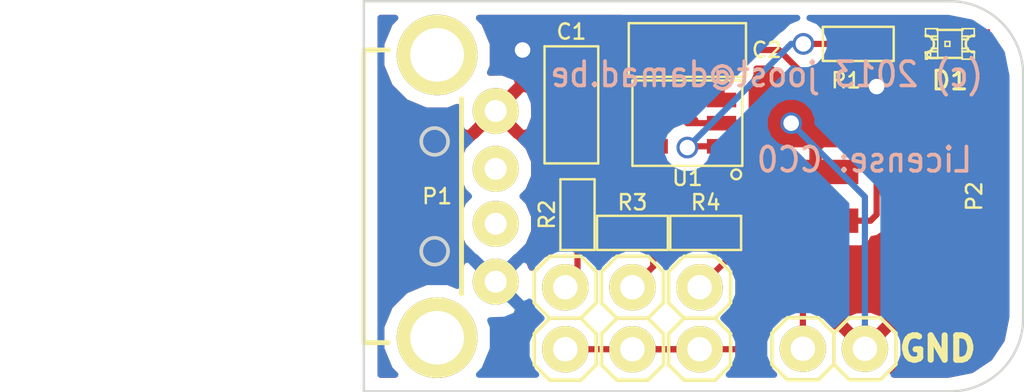
<source format=kicad_pcb>
(kicad_pcb (version 3) (host pcbnew "(2013-08-03 BZR 4267)-stable")

  (general
    (links 22)
    (no_connects 0)
    (area 121.744334 96.5835 164.050001 114.1565)
    (thickness 1.6)
    (drawings 9)
    (tracks 55)
    (zones 0)
    (modules 14)
    (nets 12)
  )

  (page A4)
  (layers
    (15 F.Cu signal)
    (0 B.Cu signal)
    (16 B.Adhes user)
    (17 F.Adhes user)
    (18 B.Paste user)
    (19 F.Paste user)
    (20 B.SilkS user)
    (21 F.SilkS user)
    (22 B.Mask user)
    (23 F.Mask user)
    (24 Dwgs.User user)
    (25 Cmts.User user)
    (26 Eco1.User user)
    (27 Eco2.User user)
    (28 Edge.Cuts user)
  )

  (setup
    (last_trace_width 0.254)
    (trace_clearance 0.254)
    (zone_clearance 0.508)
    (zone_45_only no)
    (trace_min 0.254)
    (segment_width 0.2)
    (edge_width 0.1)
    (via_size 0.889)
    (via_drill 0.635)
    (via_min_size 0.889)
    (via_min_drill 0.508)
    (uvia_size 0.508)
    (uvia_drill 0.127)
    (uvias_allowed no)
    (uvia_min_size 0.508)
    (uvia_min_drill 0.127)
    (pcb_text_width 0.3)
    (pcb_text_size 1.5 1.5)
    (mod_edge_width 0.15)
    (mod_text_size 1 1)
    (mod_text_width 0.15)
    (pad_size 3.3 3.3)
    (pad_drill 2.2)
    (pad_to_mask_clearance 0)
    (aux_axis_origin 137 113)
    (grid_origin 137 113)
    (visible_elements FFFFFF7F)
    (pcbplotparams
      (layerselection 284196865)
      (usegerberextensions true)
      (excludeedgelayer true)
      (linewidth 0.152400)
      (plotframeref false)
      (viasonmask false)
      (mode 1)
      (useauxorigin false)
      (hpglpennumber 1)
      (hpglpenspeed 20)
      (hpglpendiameter 15)
      (hpglpenoverlay 2)
      (psnegative false)
      (psa4output false)
      (plotreference true)
      (plotvalue true)
      (plotothertext true)
      (plotinvisibletext false)
      (padsonsilk false)
      (subtractmaskfromsilk false)
      (outputformat 1)
      (mirror false)
      (drillshape 0)
      (scaleselection 1)
      (outputdirectory ""))
  )

  (net 0 "")
  (net 1 /P1)
  (net 2 /P2)
  (net 3 /P3)
  (net 4 /STAT)
  (net 5 /STATLED)
  (net 6 /VBAT)
  (net 7 GND)
  (net 8 N-0000012)
  (net 9 N-0000014)
  (net 10 N-000003)
  (net 11 VCC)

  (net_class Default "This is the default net class."
    (clearance 0.254)
    (trace_width 0.254)
    (via_dia 0.889)
    (via_drill 0.635)
    (uvia_dia 0.508)
    (uvia_drill 0.127)
    (add_net "")
    (add_net /P1)
    (add_net /P2)
    (add_net /P3)
    (add_net /STAT)
    (add_net /STATLED)
    (add_net /VBAT)
    (add_net GND)
    (add_net N-0000012)
    (add_net N-0000014)
    (add_net N-000003)
    (add_net VCC)
  )

  (module USB-A-H (layer F.Cu) (tedit 5211C4A7) (tstamp 520E2366)
    (at 140 105)
    (descr "USB Series A Hole Mounted works for both the PTH and the SMT variant farnell 1696546")
    (path /520DF4B5)
    (fp_text reference P1 (at 0 0) (layer F.SilkS)
      (effects (font (size 0.625 0.625) (thickness 0.1)))
    )
    (fp_text value USB-A-H (at -12 -7) (layer F.SilkS) hide
      (effects (font (thickness 0.15)))
    )
    (fp_line (start -17.8 -6) (end -17.8 6) (layer Dwgs.User) (width 0.2))
    (fp_line (start -11.2 4.3) (end -11.2 1.9) (layer Dwgs.User) (width 0.2))
    (fp_line (start -11.2 1.9) (end -13.5 1.9) (layer Dwgs.User) (width 0.2))
    (fp_line (start -3 -6) (end -17.8 -6) (layer Dwgs.User) (width 0.2))
    (fp_line (start -3 6) (end -17.8 6) (layer Dwgs.User) (width 0.2))
    (fp_line (start -13.5 -4.3) (end -13.5 -1.9) (layer Dwgs.User) (width 0.2))
    (fp_line (start -13.5 -1.9) (end -11.2 -1.9) (layer Dwgs.User) (width 0.2))
    (fp_line (start -11.2 -1.9) (end -11.2 -4.3) (layer Dwgs.User) (width 0.2))
    (fp_line (start -11.2 -4.3) (end -13.5 -4.3) (layer Dwgs.User) (width 0.2))
    (fp_line (start -13.5 1.9) (end -13.5 4.3) (layer Dwgs.User) (width 0.2))
    (fp_line (start -13.5 4.3) (end -11.2 4.3) (layer Dwgs.User) (width 0.2))
    (fp_line (start -3 -6) (end -3 6) (layer F.SilkS) (width 0.2))
    (fp_line (start -3 -6) (end -2 -6) (layer F.SilkS) (width 0.2))
    (fp_line (start -3 6) (end -2 6) (layer F.SilkS) (width 0.2))
    (fp_line (start 1 4) (end 1 -4) (layer F.SilkS) (width 0.2))
    (fp_circle (center -0.1 -2.25) (end 0.288909 -1.861091) (layer Edge.Cuts) (width 0.15))
    (fp_circle (center -0.1 2.25) (end 0.288909 2.638909) (layer Edge.Cuts) (width 0.15))
    (pad GND thru_hole circle (at 2.4 -3.5) (size 1.88 1.88) (drill 0.9)
      (layers *.Cu *.Mask F.SilkS)
      (net 7 GND)
    )
    (pad D+ thru_hole circle (at 2.4 -1.127) (size 1.88 1.88) (drill 0.9)
      (layers *.Cu *.Mask F.SilkS)
      (net 9 N-0000014)
    )
    (pad D- thru_hole circle (at 2.4 1.127) (size 1.88 1.88) (drill 0.9)
      (layers *.Cu *.Mask F.SilkS)
      (net 8 N-0000012)
    )
    (pad VBUS thru_hole circle (at 2.4 3.5) (size 1.88 1.88) (drill 0.9)
      (layers *.Cu *.Mask F.SilkS)
      (net 11 VCC)
    )
    (pad GND2 thru_hole circle (at 0 5.8) (size 3.3 3.3) (drill 2.2)
      (layers *.Cu *.Mask F.SilkS)
    )
    (pad GND3 thru_hole circle (at 0 -5.8) (size 3.3 3.3) (drill 2.2)
      (layers *.Cu *.Mask F.SilkS)
    )
  )

  (module SOT-23-5 (layer F.Cu) (tedit 5211B720) (tstamp 520E255D)
    (at 150.25 102 180)
    (descr "generic SOT-23-5 footprint based on Microchip SOT-23-5")
    (path /520E2112)
    (fp_text reference U1 (at 0 -2.25 180) (layer F.SilkS)
      (effects (font (size 0.625 0.625) (thickness 0.1)))
    )
    (fp_text value MCP73832 (at 0 2.8 180) (layer F.SilkS) hide
      (effects (font (size 0.625 0.625) (thickness 0.1)))
    )
    (fp_poly (pts (xy -1.6 -1.205) (xy -1.6 -0.695) (xy -1 -0.695) (xy -1 -1.205)
      (xy -1.6 -1.205)) (layer Dwgs.User) (width 0.15))
    (fp_poly (pts (xy -1.6 -0.255) (xy -1.6 0.255) (xy -1 0.255) (xy -1 -0.255)
      (xy -1.6 -0.255)) (layer Dwgs.User) (width 0.15))
    (fp_poly (pts (xy -1.6 0.695) (xy -1.6 1.205) (xy -1 1.205) (xy -1 0.695)
      (xy -1.6 0.695)) (layer Dwgs.User) (width 0.15))
    (fp_poly (pts (xy 1 0.695) (xy 1 1.205) (xy 1.6 1.205) (xy 1.6 0.695)
      (xy 1 0.695)) (layer Dwgs.User) (width 0.15))
    (fp_poly (pts (xy 1 -1.205) (xy 1 -0.695) (xy 1.6 -0.695) (xy 1.6 -1.205)
      (xy 1 -1.205)) (layer Dwgs.User) (width 0.15))
    (fp_line (start -0.9 1.55) (end 0.9 1.55) (layer Dwgs.User) (width 0.1))
    (fp_line (start 0.9 1.55) (end 0.9 -1.55) (layer Dwgs.User) (width 0.1))
    (fp_line (start 0.9 -1.55) (end -0.9 -1.55) (layer Dwgs.User) (width 0.1))
    (fp_line (start -0.9 -1.55) (end -0.9 1.55) (layer Dwgs.User) (width 0.1))
    (fp_line (start -2.25 1.75) (end 2.25 1.75) (layer F.SilkS) (width 0.1))
    (fp_line (start 2.25 1.75) (end 2.25 -1.75) (layer F.SilkS) (width 0.1))
    (fp_line (start 2.25 -1.75) (end -2.25 -1.75) (layer F.SilkS) (width 0.1))
    (fp_line (start -2.25 -1.75) (end -2.25 1.75) (layer F.SilkS) (width 0.1))
    (fp_circle (center -2 -2.1) (end -1.858579 -1.958579) (layer F.SilkS) (width 0.1))
    (pad 1 smd rect (at -1.4 -0.95 180) (size 1.2 0.6)
      (layers F.Cu F.Paste F.Mask)
      (net 4 /STAT)
    )
    (pad 2 smd rect (at -1.4 0 180) (size 1.2 0.6)
      (layers F.Cu F.Paste F.Mask)
      (net 7 GND)
    )
    (pad 3 smd rect (at -1.4 0.95 180) (size 1.2 0.6)
      (layers F.Cu F.Paste F.Mask)
      (net 6 /VBAT)
    )
    (pad 4 smd rect (at 1.4 0.95 180) (size 1.2 0.6)
      (layers F.Cu F.Paste F.Mask)
      (net 11 VCC)
    )
    (pad 5 smd rect (at 1.4 -0.95 180) (size 1.2 0.6)
      (layers F.Cu F.Paste F.Mask)
      (net 10 N-000003)
    )
  )

  (module 1206 (layer F.Cu) (tedit 5211BFFC) (tstamp 520E2A60)
    (at 145.5 101.25 270)
    (descr "Generic 1206 footprint used for resistor and capacitor")
    (path /520E296E)
    (fp_text reference C1 (at -3 0 360) (layer F.SilkS)
      (effects (font (size 0.625 0.625) (thickness 0.1)))
    )
    (fp_text value 4.7uF (at 0 1.8 270) (layer F.SilkS) hide
      (effects (font (size 0.625 0.625) (thickness 0.1)))
    )
    (fp_line (start -1 -0.8) (end 1 -0.8) (layer Dwgs.User) (width 0.1))
    (fp_line (start -1 0.8) (end 1 0.8) (layer Dwgs.User) (width 0.1))
    (fp_poly (pts (xy -1.7 -0.85) (xy -1.7 0.85) (xy -0.95 0.85) (xy -0.95 -0.85)
      (xy -1.7 -0.85)) (layer Dwgs.User) (width 0.15))
    (fp_poly (pts (xy 0.95 -0.85) (xy 0.95 0.85) (xy 1.7 0.85) (xy 1.7 -0.85)
      (xy 0.95 -0.85)) (layer Dwgs.User) (width 0.15))
    (fp_line (start -2.4 1.1) (end 2.4 1.1) (layer F.SilkS) (width 0.1))
    (fp_line (start 2.4 1.1) (end 2.4 -1.1) (layer F.SilkS) (width 0.1))
    (fp_line (start 2.4 -1.1) (end -2.4 -1.1) (layer F.SilkS) (width 0.1))
    (fp_line (start -2.4 -1.1) (end -2.4 1.1) (layer F.SilkS) (width 0.1))
    (pad 1 smd rect (at -1.4 0 270) (size 1.6 1.8)
      (layers F.Cu F.Paste F.Mask)
      (net 11 VCC)
    )
    (pad 2 smd rect (at 1.4 0 270) (size 1.6 1.8)
      (layers F.Cu F.Paste F.Mask)
      (net 7 GND)
    )
  )

  (module 0603_S (layer F.Cu) (tedit 5211B7F2) (tstamp 520E2A8A)
    (at 157.25 98.75)
    (descr "Generic 0603 footprint made slightly smaller for more densely populated boards used for resistor and capacitor")
    (path /520E26E5)
    (fp_text reference R1 (at -0.5 1.5) (layer F.SilkS)
      (effects (font (size 0.625 0.625) (thickness 0.1)))
    )
    (fp_text value 1k (at 0 1.4) (layer F.SilkS) hide
      (effects (font (size 0.625 0.625) (thickness 0.1)))
    )
    (fp_line (start -0.35 -0.45) (end 0.35 -0.45) (layer Dwgs.User) (width 0.1))
    (fp_line (start -0.35 0.45) (end 0.35 0.45) (layer Dwgs.User) (width 0.1))
    (fp_poly (pts (xy -0.85 -0.5) (xy -0.85 0.5) (xy -0.35 0.5) (xy -0.35 -0.5)
      (xy -0.85 -0.5)) (layer Dwgs.User) (width 0.15))
    (fp_poly (pts (xy 0.35 -0.5) (xy 0.35 0.5) (xy 0.85 0.5) (xy 0.85 -0.5)
      (xy 0.35 -0.5)) (layer Dwgs.User) (width 0.15))
    (fp_line (start -1.45 0.7) (end 1.45 0.7) (layer F.SilkS) (width 0.1))
    (fp_line (start 1.45 0.7) (end 1.45 -0.7) (layer F.SilkS) (width 0.1))
    (fp_line (start 1.45 -0.7) (end -1.45 -0.7) (layer F.SilkS) (width 0.1))
    (fp_line (start -1.45 -0.7) (end -1.45 0.7) (layer F.SilkS) (width 0.1))
    (pad 1 smd rect (at -0.85 0) (size 0.7 1)
      (layers F.Cu F.Paste F.Mask)
      (net 4 /STAT)
    )
    (pad 2 smd rect (at 0.85 0) (size 0.7 1)
      (layers F.Cu F.Paste F.Mask)
      (net 5 /STATLED)
    )
  )

  (module 0603_S (layer F.Cu) (tedit 5211B73A) (tstamp 520E2A98)
    (at 145.75 105.75 90)
    (descr "Generic 0603 footprint made slightly smaller for more densely populated boards used for resistor and capacitor")
    (path /520E2857)
    (fp_text reference R2 (at 0 -1.25 90) (layer F.SilkS)
      (effects (font (size 0.625 0.625) (thickness 0.1)))
    )
    (fp_text value R (at 0 1.4 90) (layer F.SilkS) hide
      (effects (font (size 0.625 0.625) (thickness 0.1)))
    )
    (fp_line (start -0.35 -0.45) (end 0.35 -0.45) (layer Dwgs.User) (width 0.1))
    (fp_line (start -0.35 0.45) (end 0.35 0.45) (layer Dwgs.User) (width 0.1))
    (fp_poly (pts (xy -0.85 -0.5) (xy -0.85 0.5) (xy -0.35 0.5) (xy -0.35 -0.5)
      (xy -0.85 -0.5)) (layer Dwgs.User) (width 0.15))
    (fp_poly (pts (xy 0.35 -0.5) (xy 0.35 0.5) (xy 0.85 0.5) (xy 0.85 -0.5)
      (xy 0.35 -0.5)) (layer Dwgs.User) (width 0.15))
    (fp_line (start -1.45 0.7) (end 1.45 0.7) (layer F.SilkS) (width 0.1))
    (fp_line (start 1.45 0.7) (end 1.45 -0.7) (layer F.SilkS) (width 0.1))
    (fp_line (start 1.45 -0.7) (end -1.45 -0.7) (layer F.SilkS) (width 0.1))
    (fp_line (start -1.45 -0.7) (end -1.45 0.7) (layer F.SilkS) (width 0.1))
    (pad 1 smd rect (at -0.85 0 90) (size 0.7 1)
      (layers F.Cu F.Paste F.Mask)
      (net 1 /P1)
    )
    (pad 2 smd rect (at 0.85 0 90) (size 0.7 1)
      (layers F.Cu F.Paste F.Mask)
      (net 7 GND)
    )
  )

  (module 1206 (layer F.Cu) (tedit 5211B732) (tstamp 52109D09)
    (at 150.25 99 180)
    (descr "Generic 1206 footprint used for resistor and capacitor")
    (path /520E6E1A)
    (fp_text reference C2 (at -3.25 0 180) (layer F.SilkS)
      (effects (font (size 0.625 0.625) (thickness 0.1)))
    )
    (fp_text value 4.7uF (at 0 1.8 180) (layer F.SilkS) hide
      (effects (font (size 0.625 0.625) (thickness 0.1)))
    )
    (fp_line (start -1 -0.8) (end 1 -0.8) (layer Dwgs.User) (width 0.1))
    (fp_line (start -1 0.8) (end 1 0.8) (layer Dwgs.User) (width 0.1))
    (fp_poly (pts (xy -1.7 -0.85) (xy -1.7 0.85) (xy -0.95 0.85) (xy -0.95 -0.85)
      (xy -1.7 -0.85)) (layer Dwgs.User) (width 0.15))
    (fp_poly (pts (xy 0.95 -0.85) (xy 0.95 0.85) (xy 1.7 0.85) (xy 1.7 -0.85)
      (xy 0.95 -0.85)) (layer Dwgs.User) (width 0.15))
    (fp_line (start -2.4 1.1) (end 2.4 1.1) (layer F.SilkS) (width 0.1))
    (fp_line (start 2.4 1.1) (end 2.4 -1.1) (layer F.SilkS) (width 0.1))
    (fp_line (start 2.4 -1.1) (end -2.4 -1.1) (layer F.SilkS) (width 0.1))
    (fp_line (start -2.4 -1.1) (end -2.4 1.1) (layer F.SilkS) (width 0.1))
    (pad 1 smd rect (at -1.4 0 180) (size 1.6 1.8)
      (layers F.Cu F.Paste F.Mask)
      (net 6 /VBAT)
    )
    (pad 2 smd rect (at 1.4 0 180) (size 1.6 1.8)
      (layers F.Cu F.Paste F.Mask)
      (net 7 GND)
    )
  )

  (module "PIN 1X2_JST_PH_SMT" (layer F.Cu) (tedit 5210C96A) (tstamp 5210C6FC)
    (at 158.5 105 270)
    (descr "2 pin SMD JST PH connector")
    (path /5210AD81)
    (fp_text reference P2 (at 0 -3.5 270) (layer F.SilkS)
      (effects (font (size 0.625 0.625) (thickness 0.1)))
    )
    (fp_text value JST-PH-2 (at 0 5.7 270) (layer F.SilkS) hide
      (effects (font (size 0.625 0.625) (thickness 0.1)))
    )
    (fp_line (start -3.95 -4.3) (end 3.95 -4.3) (layer Dwgs.User) (width 0.1))
    (fp_line (start -3.95 3.3) (end 3.95 3.3) (layer Dwgs.User) (width 0.1))
    (fp_line (start -3.95 -4.3) (end -3.95 3.3) (layer Dwgs.User) (width 0.1))
    (fp_line (start 3.95 -4.3) (end 3.95 3.3) (layer Dwgs.User) (width 0.1))
    (pad 1 smd rect (at 1 3 270) (size 1 3.5)
      (layers F.Cu F.Paste F.Mask)
      (net 6 /VBAT)
    )
    (pad 2 smd rect (at -1 3 270) (size 1 3.5)
      (layers F.Cu F.Paste F.Mask)
      (net 7 GND)
    )
    (pad 3 smd rect (at 3.6 -2.8 270) (size 1.6 4)
      (layers F.Cu F.Paste F.Mask)
    )
    (pad 4 smd rect (at -3.6 -2.8 270) (size 1.6 4)
      (layers F.Cu F.Paste F.Mask)
    )
  )

  (module LED-0805 (layer F.Cu) (tedit 5211B7E8) (tstamp 520E2A7C)
    (at 161 98.75 180)
    (descr "LED 0805 smd package")
    (tags "LED 0805 SMD")
    (path /520E274A)
    (attr smd)
    (fp_text reference D1 (at 0 -1.5 180) (layer F.SilkS)
      (effects (font (size 0.762 0.762) (thickness 0.127)))
    )
    (fp_text value Red (at -1 -1.5 180) (layer F.SilkS) hide
      (effects (font (size 1 1) (thickness 0.15)))
    )
    (fp_line (start 0.49784 0.29972) (end 0.49784 0.62484) (layer F.SilkS) (width 0.06604))
    (fp_line (start 0.49784 0.62484) (end 0.99822 0.62484) (layer F.SilkS) (width 0.06604))
    (fp_line (start 0.99822 0.29972) (end 0.99822 0.62484) (layer F.SilkS) (width 0.06604))
    (fp_line (start 0.49784 0.29972) (end 0.99822 0.29972) (layer F.SilkS) (width 0.06604))
    (fp_line (start 0.49784 -0.32258) (end 0.49784 -0.17272) (layer F.SilkS) (width 0.06604))
    (fp_line (start 0.49784 -0.17272) (end 0.7493 -0.17272) (layer F.SilkS) (width 0.06604))
    (fp_line (start 0.7493 -0.32258) (end 0.7493 -0.17272) (layer F.SilkS) (width 0.06604))
    (fp_line (start 0.49784 -0.32258) (end 0.7493 -0.32258) (layer F.SilkS) (width 0.06604))
    (fp_line (start 0.49784 0.17272) (end 0.49784 0.32258) (layer F.SilkS) (width 0.06604))
    (fp_line (start 0.49784 0.32258) (end 0.7493 0.32258) (layer F.SilkS) (width 0.06604))
    (fp_line (start 0.7493 0.17272) (end 0.7493 0.32258) (layer F.SilkS) (width 0.06604))
    (fp_line (start 0.49784 0.17272) (end 0.7493 0.17272) (layer F.SilkS) (width 0.06604))
    (fp_line (start 0.49784 -0.19812) (end 0.49784 0.19812) (layer F.SilkS) (width 0.06604))
    (fp_line (start 0.49784 0.19812) (end 0.6731 0.19812) (layer F.SilkS) (width 0.06604))
    (fp_line (start 0.6731 -0.19812) (end 0.6731 0.19812) (layer F.SilkS) (width 0.06604))
    (fp_line (start 0.49784 -0.19812) (end 0.6731 -0.19812) (layer F.SilkS) (width 0.06604))
    (fp_line (start -0.99822 0.29972) (end -0.99822 0.62484) (layer F.SilkS) (width 0.06604))
    (fp_line (start -0.99822 0.62484) (end -0.49784 0.62484) (layer F.SilkS) (width 0.06604))
    (fp_line (start -0.49784 0.29972) (end -0.49784 0.62484) (layer F.SilkS) (width 0.06604))
    (fp_line (start -0.99822 0.29972) (end -0.49784 0.29972) (layer F.SilkS) (width 0.06604))
    (fp_line (start -0.99822 -0.62484) (end -0.99822 -0.29972) (layer F.SilkS) (width 0.06604))
    (fp_line (start -0.99822 -0.29972) (end -0.49784 -0.29972) (layer F.SilkS) (width 0.06604))
    (fp_line (start -0.49784 -0.62484) (end -0.49784 -0.29972) (layer F.SilkS) (width 0.06604))
    (fp_line (start -0.99822 -0.62484) (end -0.49784 -0.62484) (layer F.SilkS) (width 0.06604))
    (fp_line (start -0.7493 0.17272) (end -0.7493 0.32258) (layer F.SilkS) (width 0.06604))
    (fp_line (start -0.7493 0.32258) (end -0.49784 0.32258) (layer F.SilkS) (width 0.06604))
    (fp_line (start -0.49784 0.17272) (end -0.49784 0.32258) (layer F.SilkS) (width 0.06604))
    (fp_line (start -0.7493 0.17272) (end -0.49784 0.17272) (layer F.SilkS) (width 0.06604))
    (fp_line (start -0.7493 -0.32258) (end -0.7493 -0.17272) (layer F.SilkS) (width 0.06604))
    (fp_line (start -0.7493 -0.17272) (end -0.49784 -0.17272) (layer F.SilkS) (width 0.06604))
    (fp_line (start -0.49784 -0.32258) (end -0.49784 -0.17272) (layer F.SilkS) (width 0.06604))
    (fp_line (start -0.7493 -0.32258) (end -0.49784 -0.32258) (layer F.SilkS) (width 0.06604))
    (fp_line (start -0.6731 -0.19812) (end -0.6731 0.19812) (layer F.SilkS) (width 0.06604))
    (fp_line (start -0.6731 0.19812) (end -0.49784 0.19812) (layer F.SilkS) (width 0.06604))
    (fp_line (start -0.49784 -0.19812) (end -0.49784 0.19812) (layer F.SilkS) (width 0.06604))
    (fp_line (start -0.6731 -0.19812) (end -0.49784 -0.19812) (layer F.SilkS) (width 0.06604))
    (fp_line (start 0 -0.09906) (end 0 0.09906) (layer F.SilkS) (width 0.06604))
    (fp_line (start 0 0.09906) (end 0.19812 0.09906) (layer F.SilkS) (width 0.06604))
    (fp_line (start 0.19812 -0.09906) (end 0.19812 0.09906) (layer F.SilkS) (width 0.06604))
    (fp_line (start 0 -0.09906) (end 0.19812 -0.09906) (layer F.SilkS) (width 0.06604))
    (fp_line (start 0.49784 -0.59944) (end 0.49784 -0.29972) (layer F.SilkS) (width 0.06604))
    (fp_line (start 0.49784 -0.29972) (end 0.79756 -0.29972) (layer F.SilkS) (width 0.06604))
    (fp_line (start 0.79756 -0.59944) (end 0.79756 -0.29972) (layer F.SilkS) (width 0.06604))
    (fp_line (start 0.49784 -0.59944) (end 0.79756 -0.59944) (layer F.SilkS) (width 0.06604))
    (fp_line (start 0.92456 -0.62484) (end 0.92456 -0.39878) (layer F.SilkS) (width 0.06604))
    (fp_line (start 0.92456 -0.39878) (end 0.99822 -0.39878) (layer F.SilkS) (width 0.06604))
    (fp_line (start 0.99822 -0.62484) (end 0.99822 -0.39878) (layer F.SilkS) (width 0.06604))
    (fp_line (start 0.92456 -0.62484) (end 0.99822 -0.62484) (layer F.SilkS) (width 0.06604))
    (fp_line (start 0.52324 0.57404) (end -0.52324 0.57404) (layer F.SilkS) (width 0.1016))
    (fp_line (start -0.49784 -0.57404) (end 0.92456 -0.57404) (layer F.SilkS) (width 0.1016))
    (fp_circle (center 0.84836 -0.44958) (end 0.89916 -0.50038) (layer F.SilkS) (width 0.0508))
    (fp_arc (start 0.99822 0) (end 0.99822 0.34798) (angle 180) (layer F.SilkS) (width 0.1016))
    (fp_arc (start -0.99822 0) (end -0.99822 -0.34798) (angle 180) (layer F.SilkS) (width 0.1016))
    (pad 1 smd rect (at -1.04902 0 180) (size 1.19888 1.19888)
      (layers F.Cu F.Paste F.Mask)
      (net 11 VCC)
    )
    (pad 2 smd rect (at 1.04902 0 180) (size 1.19888 1.19888)
      (layers F.Cu F.Paste F.Mask)
      (net 5 /STATLED)
    )
  )

  (module "PIN 1X2_S" (layer F.Cu) (tedit 5211BF52) (tstamp 5210E408)
    (at 156.25 111.25 90)
    (descr "1 pin pinheader, slightly smaller")
    (path /5210E2F1)
    (fp_text reference P3 (at -2.25 0 180) (layer F.SilkS) hide
      (effects (font (size 0.625 0.625) (thickness 0.1)))
    )
    (fp_text value CONN_2 (at 0 3.54 90) (layer F.SilkS) hide
      (effects (font (size 0.625 0.625) (thickness 0.1)))
    )
    (fp_line (start 1.27 -0.635) (end 1.27 -1.905) (layer F.SilkS) (width 0.15))
    (fp_line (start 0.635 -2.54) (end -0.635 -2.54) (layer F.SilkS) (width 0.15))
    (fp_line (start -1.27 -1.905) (end -1.27 -0.635) (layer F.SilkS) (width 0.15))
    (fp_line (start -0.635 0) (end 0.635 0) (layer F.SilkS) (width 0.15))
    (fp_line (start 1.27 -1.905) (end 0.635 -2.54) (layer F.SilkS) (width 0.15))
    (fp_line (start -0.635 -2.54) (end -1.27 -1.905) (layer F.SilkS) (width 0.15))
    (fp_line (start -1.27 -0.635) (end -0.635 0) (layer F.SilkS) (width 0.15))
    (fp_line (start 0.635 0) (end 1.27 -0.635) (layer F.SilkS) (width 0.15))
    (fp_line (start 1.27 1.905) (end 1.27 0.635) (layer F.SilkS) (width 0.15))
    (fp_line (start 0.635 0) (end -0.635 0) (layer F.SilkS) (width 0.15))
    (fp_line (start -1.27 0.635) (end -1.27 1.905) (layer F.SilkS) (width 0.15))
    (fp_line (start -0.635 2.54) (end 0.635 2.54) (layer F.SilkS) (width 0.15))
    (fp_line (start 1.27 0.635) (end 0.635 0) (layer F.SilkS) (width 0.15))
    (fp_line (start -0.635 0) (end -1.27 0.635) (layer F.SilkS) (width 0.15))
    (fp_line (start -1.27 1.905) (end -0.635 2.54) (layer F.SilkS) (width 0.15))
    (fp_line (start 0.635 2.54) (end 1.27 1.905) (layer F.SilkS) (width 0.15))
    (pad 1 thru_hole circle (at 0 -1.27 90) (size 1.9 1.9) (drill 1)
      (layers *.Cu *.Mask F.SilkS)
      (net 6 /VBAT)
    )
    (pad 2 thru_hole circle (at 0 1.27 90) (size 1.9 1.9) (drill 1)
      (layers *.Cu *.Mask F.SilkS)
      (net 7 GND)
    )
  )

  (module "PIN 1X2_S" (layer F.Cu) (tedit 5211BF41) (tstamp 521106F0)
    (at 145.25 110 180)
    (descr "1 pin pinheader, slightly smaller")
    (path /521104FE)
    (fp_text reference P4 (at 0 -3.54 180) (layer F.SilkS) hide
      (effects (font (size 0.625 0.625) (thickness 0.1)))
    )
    (fp_text value CONN_2 (at 0 3.54 180) (layer F.SilkS) hide
      (effects (font (size 0.625 0.625) (thickness 0.1)))
    )
    (fp_line (start 1.27 -0.635) (end 1.27 -1.905) (layer F.SilkS) (width 0.15))
    (fp_line (start 0.635 -2.54) (end -0.635 -2.54) (layer F.SilkS) (width 0.15))
    (fp_line (start -1.27 -1.905) (end -1.27 -0.635) (layer F.SilkS) (width 0.15))
    (fp_line (start -0.635 0) (end 0.635 0) (layer F.SilkS) (width 0.15))
    (fp_line (start 1.27 -1.905) (end 0.635 -2.54) (layer F.SilkS) (width 0.15))
    (fp_line (start -0.635 -2.54) (end -1.27 -1.905) (layer F.SilkS) (width 0.15))
    (fp_line (start -1.27 -0.635) (end -0.635 0) (layer F.SilkS) (width 0.15))
    (fp_line (start 0.635 0) (end 1.27 -0.635) (layer F.SilkS) (width 0.15))
    (fp_line (start 1.27 1.905) (end 1.27 0.635) (layer F.SilkS) (width 0.15))
    (fp_line (start 0.635 0) (end -0.635 0) (layer F.SilkS) (width 0.15))
    (fp_line (start -1.27 0.635) (end -1.27 1.905) (layer F.SilkS) (width 0.15))
    (fp_line (start -0.635 2.54) (end 0.635 2.54) (layer F.SilkS) (width 0.15))
    (fp_line (start 1.27 0.635) (end 0.635 0) (layer F.SilkS) (width 0.15))
    (fp_line (start -0.635 0) (end -1.27 0.635) (layer F.SilkS) (width 0.15))
    (fp_line (start -1.27 1.905) (end -0.635 2.54) (layer F.SilkS) (width 0.15))
    (fp_line (start 0.635 2.54) (end 1.27 1.905) (layer F.SilkS) (width 0.15))
    (pad 1 thru_hole circle (at 0 -1.27 180) (size 1.9 1.9) (drill 1)
      (layers *.Cu *.Mask F.SilkS)
      (net 10 N-000003)
    )
    (pad 2 thru_hole circle (at 0 1.27 180) (size 1.9 1.9) (drill 1)
      (layers *.Cu *.Mask F.SilkS)
      (net 1 /P1)
    )
  )

  (module "PIN 1X2_S" (layer F.Cu) (tedit 5211BF47) (tstamp 52110706)
    (at 148 110 180)
    (descr "1 pin pinheader, slightly smaller")
    (path /5211050D)
    (fp_text reference P5 (at 0 -3.54 180) (layer F.SilkS) hide
      (effects (font (size 0.625 0.625) (thickness 0.1)))
    )
    (fp_text value CONN_2 (at 0 3.54 180) (layer F.SilkS) hide
      (effects (font (size 0.625 0.625) (thickness 0.1)))
    )
    (fp_line (start 1.27 -0.635) (end 1.27 -1.905) (layer F.SilkS) (width 0.15))
    (fp_line (start 0.635 -2.54) (end -0.635 -2.54) (layer F.SilkS) (width 0.15))
    (fp_line (start -1.27 -1.905) (end -1.27 -0.635) (layer F.SilkS) (width 0.15))
    (fp_line (start -0.635 0) (end 0.635 0) (layer F.SilkS) (width 0.15))
    (fp_line (start 1.27 -1.905) (end 0.635 -2.54) (layer F.SilkS) (width 0.15))
    (fp_line (start -0.635 -2.54) (end -1.27 -1.905) (layer F.SilkS) (width 0.15))
    (fp_line (start -1.27 -0.635) (end -0.635 0) (layer F.SilkS) (width 0.15))
    (fp_line (start 0.635 0) (end 1.27 -0.635) (layer F.SilkS) (width 0.15))
    (fp_line (start 1.27 1.905) (end 1.27 0.635) (layer F.SilkS) (width 0.15))
    (fp_line (start 0.635 0) (end -0.635 0) (layer F.SilkS) (width 0.15))
    (fp_line (start -1.27 0.635) (end -1.27 1.905) (layer F.SilkS) (width 0.15))
    (fp_line (start -0.635 2.54) (end 0.635 2.54) (layer F.SilkS) (width 0.15))
    (fp_line (start 1.27 0.635) (end 0.635 0) (layer F.SilkS) (width 0.15))
    (fp_line (start -0.635 0) (end -1.27 0.635) (layer F.SilkS) (width 0.15))
    (fp_line (start -1.27 1.905) (end -0.635 2.54) (layer F.SilkS) (width 0.15))
    (fp_line (start 0.635 2.54) (end 1.27 1.905) (layer F.SilkS) (width 0.15))
    (pad 1 thru_hole circle (at 0 -1.27 180) (size 1.9 1.9) (drill 1)
      (layers *.Cu *.Mask F.SilkS)
      (net 10 N-000003)
    )
    (pad 2 thru_hole circle (at 0 1.27 180) (size 1.9 1.9) (drill 1)
      (layers *.Cu *.Mask F.SilkS)
      (net 2 /P2)
    )
  )

  (module "PIN 1X2_S" (layer F.Cu) (tedit 5211BF4D) (tstamp 5211071C)
    (at 150.75 110 180)
    (descr "1 pin pinheader, slightly smaller")
    (path /5211051C)
    (fp_text reference P6 (at 0 -3.54 180) (layer F.SilkS) hide
      (effects (font (size 0.625 0.625) (thickness 0.1)))
    )
    (fp_text value CONN_2 (at 0 3.54 180) (layer F.SilkS) hide
      (effects (font (size 0.625 0.625) (thickness 0.1)))
    )
    (fp_line (start 1.27 -0.635) (end 1.27 -1.905) (layer F.SilkS) (width 0.15))
    (fp_line (start 0.635 -2.54) (end -0.635 -2.54) (layer F.SilkS) (width 0.15))
    (fp_line (start -1.27 -1.905) (end -1.27 -0.635) (layer F.SilkS) (width 0.15))
    (fp_line (start -0.635 0) (end 0.635 0) (layer F.SilkS) (width 0.15))
    (fp_line (start 1.27 -1.905) (end 0.635 -2.54) (layer F.SilkS) (width 0.15))
    (fp_line (start -0.635 -2.54) (end -1.27 -1.905) (layer F.SilkS) (width 0.15))
    (fp_line (start -1.27 -0.635) (end -0.635 0) (layer F.SilkS) (width 0.15))
    (fp_line (start 0.635 0) (end 1.27 -0.635) (layer F.SilkS) (width 0.15))
    (fp_line (start 1.27 1.905) (end 1.27 0.635) (layer F.SilkS) (width 0.15))
    (fp_line (start 0.635 0) (end -0.635 0) (layer F.SilkS) (width 0.15))
    (fp_line (start -1.27 0.635) (end -1.27 1.905) (layer F.SilkS) (width 0.15))
    (fp_line (start -0.635 2.54) (end 0.635 2.54) (layer F.SilkS) (width 0.15))
    (fp_line (start 1.27 0.635) (end 0.635 0) (layer F.SilkS) (width 0.15))
    (fp_line (start -0.635 0) (end -1.27 0.635) (layer F.SilkS) (width 0.15))
    (fp_line (start -1.27 1.905) (end -0.635 2.54) (layer F.SilkS) (width 0.15))
    (fp_line (start 0.635 2.54) (end 1.27 1.905) (layer F.SilkS) (width 0.15))
    (pad 1 thru_hole circle (at 0 -1.27 180) (size 1.9 1.9) (drill 1)
      (layers *.Cu *.Mask F.SilkS)
      (net 10 N-000003)
    )
    (pad 2 thru_hole circle (at 0 1.27 180) (size 1.9 1.9) (drill 1)
      (layers *.Cu *.Mask F.SilkS)
      (net 3 /P3)
    )
  )

  (module 0603_S (layer F.Cu) (tedit 5211B71B) (tstamp 5211072A)
    (at 148 106.5 180)
    (descr "Generic 0603 footprint made slightly smaller for more densely populated boards used for resistor and capacitor")
    (path /521104E0)
    (fp_text reference R3 (at 0 1.25 180) (layer F.SilkS)
      (effects (font (size 0.625 0.625) (thickness 0.1)))
    )
    (fp_text value R (at 0 1.4 180) (layer F.SilkS) hide
      (effects (font (size 0.625 0.625) (thickness 0.1)))
    )
    (fp_line (start -0.35 -0.45) (end 0.35 -0.45) (layer Dwgs.User) (width 0.1))
    (fp_line (start -0.35 0.45) (end 0.35 0.45) (layer Dwgs.User) (width 0.1))
    (fp_poly (pts (xy -0.85 -0.5) (xy -0.85 0.5) (xy -0.35 0.5) (xy -0.35 -0.5)
      (xy -0.85 -0.5)) (layer Dwgs.User) (width 0.15))
    (fp_poly (pts (xy 0.35 -0.5) (xy 0.35 0.5) (xy 0.85 0.5) (xy 0.85 -0.5)
      (xy 0.35 -0.5)) (layer Dwgs.User) (width 0.15))
    (fp_line (start -1.45 0.7) (end 1.45 0.7) (layer F.SilkS) (width 0.1))
    (fp_line (start 1.45 0.7) (end 1.45 -0.7) (layer F.SilkS) (width 0.1))
    (fp_line (start 1.45 -0.7) (end -1.45 -0.7) (layer F.SilkS) (width 0.1))
    (fp_line (start -1.45 -0.7) (end -1.45 0.7) (layer F.SilkS) (width 0.1))
    (pad 1 smd rect (at -0.85 0 180) (size 0.7 1)
      (layers F.Cu F.Paste F.Mask)
      (net 2 /P2)
    )
    (pad 2 smd rect (at 0.85 0 180) (size 0.7 1)
      (layers F.Cu F.Paste F.Mask)
      (net 7 GND)
    )
  )

  (module 0603_S (layer F.Cu) (tedit 5211B726) (tstamp 52110738)
    (at 151 106.5 180)
    (descr "Generic 0603 footprint made slightly smaller for more densely populated boards used for resistor and capacitor")
    (path /521104EF)
    (fp_text reference R4 (at 0 1.25 180) (layer F.SilkS)
      (effects (font (size 0.625 0.625) (thickness 0.1)))
    )
    (fp_text value R (at 0 1.4 180) (layer F.SilkS) hide
      (effects (font (size 0.625 0.625) (thickness 0.1)))
    )
    (fp_line (start -0.35 -0.45) (end 0.35 -0.45) (layer Dwgs.User) (width 0.1))
    (fp_line (start -0.35 0.45) (end 0.35 0.45) (layer Dwgs.User) (width 0.1))
    (fp_poly (pts (xy -0.85 -0.5) (xy -0.85 0.5) (xy -0.35 0.5) (xy -0.35 -0.5)
      (xy -0.85 -0.5)) (layer Dwgs.User) (width 0.15))
    (fp_poly (pts (xy 0.35 -0.5) (xy 0.35 0.5) (xy 0.85 0.5) (xy 0.85 -0.5)
      (xy 0.35 -0.5)) (layer Dwgs.User) (width 0.15))
    (fp_line (start -1.45 0.7) (end 1.45 0.7) (layer F.SilkS) (width 0.1))
    (fp_line (start 1.45 0.7) (end 1.45 -0.7) (layer F.SilkS) (width 0.1))
    (fp_line (start 1.45 -0.7) (end -1.45 -0.7) (layer F.SilkS) (width 0.1))
    (fp_line (start -1.45 -0.7) (end -1.45 0.7) (layer F.SilkS) (width 0.1))
    (pad 1 smd rect (at -0.85 0 180) (size 0.7 1)
      (layers F.Cu F.Paste F.Mask)
      (net 3 /P3)
    )
    (pad 2 smd rect (at 0.85 0 180) (size 0.7 1)
      (layers F.Cu F.Paste F.Mask)
      (net 7 GND)
    )
  )

  (gr_line (start 164 110) (end 164 100) (angle 90) (layer Edge.Cuts) (width 0.1))
  (gr_line (start 161 113) (end 137 113) (angle 90) (layer Edge.Cuts) (width 0.1))
  (gr_line (start 137 97) (end 161 97) (angle 90) (layer Edge.Cuts) (width 0.1))
  (gr_arc (start 161 110) (end 164 110) (angle 90) (layer Edge.Cuts) (width 0.1))
  (gr_arc (start 161 100) (end 161 97) (angle 90) (layer Edge.Cuts) (width 0.1))
  (gr_text "License: CC0" (at 157.5 103.5) (layer B.SilkS)
    (effects (font (size 1 0.9) (thickness 0.15)) (justify mirror))
  )
  (gr_text "(c) 2013 joost@damad.be" (at 153.5 100) (layer B.SilkS)
    (effects (font (size 1 0.9) (thickness 0.15)) (justify mirror))
  )
  (gr_text GND (at 160.5 111.25) (layer F.SilkS)
    (effects (font (size 1 1) (thickness 0.25)))
  )
  (gr_line (start 137 113) (end 137 97) (angle 90) (layer Edge.Cuts) (width 0.1))

  (segment (start 145.75 106.6) (end 145.75 108.23) (width 0.254) (layer F.Cu) (net 1))
  (segment (start 145.75 108.23) (end 145.25 108.73) (width 0.254) (layer F.Cu) (net 1) (tstamp 521108D2))
  (segment (start 148.85 106.5) (end 148.85 107.88) (width 0.254) (layer F.Cu) (net 2))
  (segment (start 148.85 107.88) (end 148 108.73) (width 0.254) (layer F.Cu) (net 2) (tstamp 521108D4))
  (segment (start 151.85 106.5) (end 151.85 107.63) (width 0.254) (layer F.Cu) (net 3))
  (segment (start 151.85 107.63) (end 150.75 108.73) (width 0.254) (layer F.Cu) (net 3) (tstamp 521108D6))
  (segment (start 151.65 102.95) (end 150.3 102.95) (width 0.254) (layer F.Cu) (net 4))
  (segment (start 155 98.75) (end 156.4 98.75) (width 0.254) (layer F.Cu) (net 4) (tstamp 52110B0C))
  (via (at 155 98.75) (size 0.889) (layers F.Cu B.Cu) (net 4))
  (segment (start 154.5 98.75) (end 155 98.75) (width 0.254) (layer B.Cu) (net 4) (tstamp 52110B01))
  (segment (start 150.25 103) (end 154.5 98.75) (width 0.254) (layer B.Cu) (net 4) (tstamp 52110B00))
  (via (at 150.25 103) (size 0.889) (layers F.Cu B.Cu) (net 4))
  (segment (start 150.3 102.95) (end 150.25 103) (width 0.254) (layer F.Cu) (net 4) (tstamp 52110AFB))
  (segment (start 159.95098 98.75) (end 158.1 98.75) (width 0.254) (layer F.Cu) (net 5))
  (segment (start 155.5 106) (end 157.75 106) (width 0.254) (layer F.Cu) (net 6))
  (segment (start 154 99) (end 151.65 99) (width 0.254) (layer F.Cu) (net 6) (tstamp 52110948))
  (segment (start 158 103) (end 154 99) (width 0.254) (layer F.Cu) (net 6) (tstamp 5211093D))
  (segment (start 158 105.75) (end 158 103) (width 0.254) (layer F.Cu) (net 6) (tstamp 5211093B))
  (segment (start 157.75 106) (end 158 105.75) (width 0.254) (layer F.Cu) (net 6) (tstamp 52110939))
  (segment (start 154.98 111.25) (end 154.98 106.52) (width 0.254) (layer F.Cu) (net 6))
  (segment (start 154.98 106.52) (end 155.5 106) (width 0.254) (layer F.Cu) (net 6) (tstamp 5210E534))
  (segment (start 151.65 101.05) (end 151.65 99) (width 0.254) (layer F.Cu) (net 6))
  (segment (start 155.5 106) (end 153.75 106) (width 0.254) (layer F.Cu) (net 6))
  (segment (start 155.5 104) (end 155.5 103) (width 0.254) (layer F.Cu) (net 7))
  (segment (start 157.52 105.02) (end 157.52 111.25) (width 0.254) (layer B.Cu) (net 7) (tstamp 52110B57))
  (segment (start 154.5 102) (end 157.52 105.02) (width 0.254) (layer B.Cu) (net 7) (tstamp 52110B56))
  (via (at 154.5 102) (size 0.889) (layers F.Cu B.Cu) (net 7))
  (segment (start 155.5 103) (end 154.5 102) (width 0.254) (layer F.Cu) (net 7) (tstamp 52110B4F))
  (segment (start 151.65 102) (end 150.25 102) (width 0.254) (layer F.Cu) (net 7))
  (segment (start 150 100.15) (end 148.85 99) (width 0.254) (layer F.Cu) (net 7) (tstamp 5210E919))
  (segment (start 150 101.75) (end 150 100.15) (width 0.254) (layer F.Cu) (net 7) (tstamp 5210E911))
  (segment (start 150.25 102) (end 150 101.75) (width 0.254) (layer F.Cu) (net 7) (tstamp 5210E90E))
  (segment (start 148 111.27) (end 152.48 111.27) (width 0.254) (layer F.Cu) (net 10))
  (segment (start 148.85 103.85) (end 148.85 102.95) (width 0.254) (layer F.Cu) (net 10) (tstamp 521108E9))
  (segment (start 149.5 104.5) (end 148.85 103.85) (width 0.254) (layer F.Cu) (net 10) (tstamp 521108E7))
  (segment (start 152.25 104.5) (end 149.5 104.5) (width 0.254) (layer F.Cu) (net 10) (tstamp 521108E4))
  (segment (start 153 105.25) (end 152.25 104.5) (width 0.254) (layer F.Cu) (net 10) (tstamp 521108E1))
  (segment (start 153 110.75) (end 153 105.25) (width 0.254) (layer F.Cu) (net 10) (tstamp 521108DF))
  (segment (start 152.48 111.27) (end 153 110.75) (width 0.254) (layer F.Cu) (net 10) (tstamp 521108DE))
  (segment (start 148 111.27) (end 150.75 111.27) (width 0.254) (layer F.Cu) (net 10))
  (segment (start 145.25 111.27) (end 148 111.27) (width 0.254) (layer F.Cu) (net 10))
  (segment (start 145.5 99.85) (end 144.35 99.85) (width 0.254) (layer F.Cu) (net 11))
  (segment (start 144.35 99.85) (end 143.5 99) (width 0.254) (layer F.Cu) (net 11) (tstamp 521108C3))
  (segment (start 144.5 100) (end 145.5 100) (width 0.254) (layer B.Cu) (net 11))
  (via (at 143.5 99) (size 0.889) (layers F.Cu B.Cu) (net 11))
  (segment (start 144.5 100) (end 143.5 99) (width 0.254) (layer B.Cu) (net 11) (tstamp 521108B8))
  (segment (start 162.04902 98.75) (end 162.04902 99.95098) (width 0.254) (layer F.Cu) (net 11))
  (via (at 158 100.5) (size 0.889) (layers F.Cu B.Cu) (net 11))
  (segment (start 158.5 100) (end 158 100.5) (width 0.254) (layer F.Cu) (net 11) (tstamp 521108C8))
  (segment (start 162 100) (end 158.5 100) (width 0.254) (layer F.Cu) (net 11) (tstamp 521108C7))
  (segment (start 162.04902 99.95098) (end 162 100) (width 0.254) (layer F.Cu) (net 11) (tstamp 521108C6))
  (segment (start 148.85 101.05) (end 147.55 101.05) (width 0.254) (layer F.Cu) (net 11))
  (segment (start 146.35 99.85) (end 145.5 99.85) (width 0.254) (layer F.Cu) (net 11) (tstamp 5210E18C))
  (segment (start 147.55 101.05) (end 146.35 99.85) (width 0.254) (layer F.Cu) (net 11) (tstamp 5210E18A))
  (segment (start 142.4 108.5) (end 142.4 108.35) (width 0.254) (layer F.Cu) (net 11))

  (zone (net 7) (net_name GND) (layer F.Cu) (tstamp 5210E8E7) (hatch edge 0.508)
    (connect_pads (clearance 0.508))
    (min_thickness 0.254)
    (fill (arc_segments 16) (thermal_gap 0.508) (thermal_bridge_width 0.508))
    (polygon
      (pts
        (xy 164 113) (xy 137 113) (xy 137 97) (xy 164 97)
      )
    )
    (filled_polygon
      (pts
        (xy 152.03737 105.365) (xy 151.373691 105.365) (xy 151.140302 105.461673) (xy 151 105.601974) (xy 150.859698 105.461673)
        (xy 150.626309 105.365) (xy 150.43575 105.365) (xy 150.277 105.52375) (xy 150.277 106.373) (xy 150.297 106.373)
        (xy 150.297 106.627) (xy 150.277 106.627) (xy 150.277 106.647) (xy 150.023 106.647) (xy 150.023 106.627)
        (xy 150.003 106.627) (xy 150.003 106.373) (xy 150.023 106.373) (xy 150.023 105.52375) (xy 149.86425 105.365)
        (xy 149.673691 105.365) (xy 149.5 105.436945) (xy 149.32631 105.365) (xy 149.073691 105.365) (xy 148.373691 105.365)
        (xy 148.140302 105.461673) (xy 148 105.601974) (xy 147.859698 105.461673) (xy 147.626309 105.365) (xy 147.43575 105.365)
        (xy 147.277 105.52375) (xy 147.277 106.373) (xy 147.297 106.373) (xy 147.297 106.627) (xy 147.277 106.627)
        (xy 147.277 106.647) (xy 147.035 106.647) (xy 147.023 106.647) (xy 147.023 106.627) (xy 147.003 106.627)
        (xy 147.003 106.373) (xy 147.023 106.373) (xy 147.023 105.52375) (xy 146.882234 105.382984) (xy 146.885 105.376309)
        (xy 146.885 105.18575) (xy 146.72625 105.027) (xy 145.877 105.027) (xy 145.877 105.047) (xy 145.623 105.047)
        (xy 145.623 105.027) (xy 144.77375 105.027) (xy 144.615 105.18575) (xy 144.615 105.376309) (xy 144.711673 105.609698)
        (xy 144.851974 105.75) (xy 144.711673 105.890301) (xy 144.615 106.12369) (xy 144.615 106.376309) (xy 144.615 107.076309)
        (xy 144.686123 107.248016) (xy 144.353343 107.385519) (xy 143.907086 107.830997) (xy 143.867308 107.926792) (xy 143.735999 107.609)
        (xy 143.440887 107.313372) (xy 143.734441 107.020331) (xy 143.974726 106.441661) (xy 143.975273 105.815088) (xy 143.735999 105.236)
        (xy 143.500387 104.999976) (xy 143.734441 104.766331) (xy 143.974726 104.187661) (xy 143.975238 103.601026) (xy 144.061673 103.809698)
        (xy 144.240301 103.988327) (xy 144.47369 104.085) (xy 144.726309 104.085) (xy 144.816974 104.085) (xy 144.711673 104.190302)
        (xy 144.615 104.423691) (xy 144.615 104.61425) (xy 144.77375 104.773) (xy 145.623 104.773) (xy 145.623 104.753)
        (xy 145.877 104.753) (xy 145.877 104.773) (xy 146.72625 104.773) (xy 146.885 104.61425) (xy 146.885 104.423691)
        (xy 146.788327 104.190302) (xy 146.637124 104.039098) (xy 146.759699 103.988327) (xy 146.938327 103.809698) (xy 147.035 103.576309)
        (xy 147.035 102.93575) (xy 146.87625 102.777) (xy 145.627 102.777) (xy 145.627 102.797) (xy 145.373 102.797)
        (xy 145.373 102.777) (xy 144.12375 102.777) (xy 143.965 102.93575) (xy 143.965 103.536225) (xy 143.735999 102.982)
        (xy 143.293331 102.538559) (xy 143.234541 102.514147) (xy 142.4 101.679605) (xy 141.566267 102.513338) (xy 141.509 102.537001)
        (xy 141.065559 102.979669) (xy 140.825274 103.558339) (xy 140.824727 104.184912) (xy 141.064001 104.764) (xy 141.299612 105.000023)
        (xy 141.065559 105.233669) (xy 140.825274 105.812339) (xy 140.824727 106.438912) (xy 141.064001 107.018) (xy 141.359112 107.313627)
        (xy 141.065559 107.606669) (xy 140.825274 108.185339) (xy 140.824852 108.668346) (xy 140.456509 108.515397) (xy 139.547479 108.514604)
        (xy 138.707342 108.861742) (xy 138.064001 109.503961) (xy 137.715397 110.343491) (xy 137.714604 111.252521) (xy 138.061742 112.092658)
        (xy 138.283696 112.315) (xy 137.685 112.315) (xy 137.685 97.685) (xy 138.283344 97.685) (xy 138.064001 97.903961)
        (xy 137.715397 98.743491) (xy 137.714604 99.652521) (xy 138.061742 100.492658) (xy 138.703961 101.135999) (xy 139.543491 101.484603)
        (xy 140.452521 101.485396) (xy 140.817148 101.334734) (xy 140.838751 101.875861) (xy 141.030256 102.338197) (xy 141.290887 102.429507)
        (xy 142.220395 101.5) (xy 142.206252 101.485857) (xy 142.385857 101.306252) (xy 142.4 101.320395) (xy 143.329507 100.390887)
        (xy 143.238197 100.130256) (xy 142.650214 99.913757) (xy 142.16982 99.932935) (xy 142.284603 99.656509) (xy 142.285396 98.747479)
        (xy 141.938258 97.907342) (xy 141.716303 97.685) (xy 147.566974 97.685) (xy 147.511673 97.740301) (xy 147.415 97.97369)
        (xy 147.415 98.226309) (xy 147.415 98.71425) (xy 147.57375 98.873) (xy 148.723 98.873) (xy 148.723 98.853)
        (xy 148.977 98.853) (xy 148.977 98.873) (xy 148.997 98.873) (xy 148.997 99.127) (xy 148.977 99.127)
        (xy 148.977 99.147) (xy 148.723 99.147) (xy 148.723 99.127) (xy 147.57375 99.127) (xy 147.415 99.28575)
        (xy 147.415 99.773691) (xy 147.415 99.837369) (xy 147.035 99.457369) (xy 147.035 98.923691) (xy 146.938327 98.690302)
        (xy 146.759699 98.511673) (xy 146.52631 98.415) (xy 146.273691 98.415) (xy 144.473691 98.415) (xy 144.433228 98.43176)
        (xy 144.415689 98.389311) (xy 144.112286 98.085378) (xy 143.715668 97.920687) (xy 143.286216 97.920313) (xy 142.889311 98.084311)
        (xy 142.585378 98.387714) (xy 142.420687 98.784332) (xy 142.420313 99.213784) (xy 142.584311 99.610689) (xy 142.887714 99.914622)
        (xy 143.284332 100.079313) (xy 143.501871 100.079502) (xy 143.811185 100.388816) (xy 143.965 100.491591) (xy 143.965 100.776309)
        (xy 144.061673 101.009698) (xy 144.240301 101.188327) (xy 144.389192 101.25) (xy 144.240301 101.311673) (xy 144.061673 101.490302)
        (xy 143.983409 101.679245) (xy 143.961249 101.124139) (xy 143.769744 100.661803) (xy 143.509113 100.570493) (xy 142.579605 101.5)
        (xy 143.509113 102.429507) (xy 143.769744 102.338197) (xy 143.965 101.807907) (xy 143.965 102.36425) (xy 144.12375 102.523)
        (xy 145.373 102.523) (xy 145.373 102.503) (xy 145.627 102.503) (xy 145.627 102.523) (xy 146.87625 102.523)
        (xy 147.035 102.36425) (xy 147.035 101.723691) (xy 146.956468 101.534099) (xy 147.011184 101.588815) (xy 147.011185 101.588815)
        (xy 147.258395 101.753996) (xy 147.55 101.812) (xy 147.813974 101.812) (xy 147.890301 101.888327) (xy 148.12369 101.985)
        (xy 148.376309 101.985) (xy 149.576309 101.985) (xy 149.809698 101.888327) (xy 149.988327 101.709699) (xy 150.085 101.47631)
        (xy 150.085 101.223691) (xy 150.085 100.623691) (xy 150.008436 100.438849) (xy 150.009698 100.438327) (xy 150.188327 100.259699)
        (xy 150.25 100.110806) (xy 150.311673 100.259698) (xy 150.490301 100.438327) (xy 150.491563 100.438849) (xy 150.415 100.62369)
        (xy 150.415 100.876309) (xy 150.415 101.476309) (xy 150.435168 101.524999) (xy 150.415 101.57369) (xy 150.415 101.71425)
        (xy 150.573748 101.872998) (xy 150.415 101.872998) (xy 150.415 101.920642) (xy 150.036216 101.920313) (xy 149.69154 102.06273)
        (xy 149.57631 102.015) (xy 149.323691 102.015) (xy 148.123691 102.015) (xy 147.890302 102.111673) (xy 147.711673 102.290301)
        (xy 147.615 102.52369) (xy 147.615 102.776309) (xy 147.615 103.376309) (xy 147.711673 103.609698) (xy 147.890301 103.788327)
        (xy 148.092382 103.872031) (xy 148.146004 104.141605) (xy 148.311185 104.388815) (xy 148.961185 105.038815) (xy 149.208395 105.203996)
        (xy 149.208396 105.203996) (xy 149.5 105.262) (xy 151.93437 105.262) (xy 152.03737 105.365)
      )
    )
    (filled_polygon
      (pts
        (xy 156.787369 102.865) (xy 155.78575 102.865) (xy 155.627 103.02375) (xy 155.627 103.873) (xy 155.647 103.873)
        (xy 155.647 104.127) (xy 155.627 104.127) (xy 155.627 104.147) (xy 155.373 104.147) (xy 155.373 104.127)
        (xy 155.373 103.873) (xy 155.373 103.02375) (xy 155.21425 102.865) (xy 153.876309 102.865) (xy 153.62369 102.865)
        (xy 153.390301 102.961673) (xy 153.211673 103.140302) (xy 153.115 103.373691) (xy 153.115 103.71425) (xy 153.27375 103.873)
        (xy 155.373 103.873) (xy 155.373 104.127) (xy 153.27375 104.127) (xy 153.115 104.28575) (xy 153.115 104.28737)
        (xy 152.788815 103.961185) (xy 152.56057 103.808676) (xy 152.609698 103.788327) (xy 152.788327 103.609699) (xy 152.885 103.37631)
        (xy 152.885 103.123691) (xy 152.885 102.523691) (xy 152.864831 102.475) (xy 152.885 102.42631) (xy 152.885 102.28575)
        (xy 152.72625 102.127) (xy 152.625025 102.127) (xy 152.609699 102.111673) (xy 152.37631 102.015) (xy 152.123691 102.015)
        (xy 151.503 102.015) (xy 151.503 101.985) (xy 152.376309 101.985) (xy 152.609698 101.888327) (xy 152.625025 101.873)
        (xy 152.72625 101.873) (xy 152.885 101.71425) (xy 152.885 101.57369) (xy 152.864831 101.525) (xy 152.885 101.47631)
        (xy 152.885 101.223691) (xy 152.885 100.623691) (xy 152.808436 100.438849) (xy 152.809698 100.438327) (xy 152.988327 100.259699)
        (xy 153.085 100.02631) (xy 153.085 99.773691) (xy 153.085 99.762) (xy 153.684369 99.762) (xy 156.787369 102.865)
      )
    )
    (filled_polygon
      (pts
        (xy 163.315 107.165) (xy 163.173691 107.165) (xy 159.173691 107.165) (xy 158.940302 107.261673) (xy 158.761673 107.440301)
        (xy 158.665 107.67369) (xy 158.665 107.926309) (xy 158.665 109.526309) (xy 158.761673 109.759698) (xy 158.940301 109.938327)
        (xy 159.17369 110.035) (xy 159.426309 110.035) (xy 163.294618 110.035) (xy 163.126383 110.880775) (xy 162.627462 111.627462)
        (xy 161.880776 112.126383) (xy 160.932532 112.315) (xy 159.116188 112.315) (xy 158.736924 112.315) (xy 158.750766 112.301158)
        (xy 158.636352 112.186744) (xy 158.898019 112.094208) (xy 159.116188 111.502602) (xy 159.091352 110.872539) (xy 158.898019 110.405792)
        (xy 158.63635 110.313255) (xy 158.456745 110.49286) (xy 158.456745 110.13365) (xy 158.364208 109.871981) (xy 157.772602 109.653812)
        (xy 157.142539 109.678648) (xy 156.675792 109.871981) (xy 156.583255 110.13365) (xy 157.52 111.070395) (xy 158.456745 110.13365)
        (xy 158.456745 110.49286) (xy 157.699605 111.25) (xy 157.713747 111.264142) (xy 157.534142 111.443747) (xy 157.52 111.429605)
        (xy 157.505857 111.443747) (xy 157.326252 111.264142) (xy 157.340395 111.25) (xy 156.40365 110.313255) (xy 156.31556 110.344407)
        (xy 155.879003 109.907086) (xy 155.742 109.850197) (xy 155.742 107.135) (xy 157.376309 107.135) (xy 157.609698 107.038327)
        (xy 157.788327 106.859699) (xy 157.83587 106.744919) (xy 158.041604 106.703996) (xy 158.041605 106.703996) (xy 158.288815 106.538815)
        (xy 158.538815 106.288816) (xy 158.538815 106.288815) (xy 158.703996 106.041605) (xy 158.761999 105.75) (xy 158.762 105.75)
        (xy 158.762 103) (xy 158.703996 102.708395) (xy 158.538815 102.461185) (xy 158.538815 102.461184) (xy 157.566485 101.488854)
        (xy 157.784332 101.579313) (xy 158.213784 101.579687) (xy 158.610689 101.415689) (xy 158.665 101.361472) (xy 158.665 102.326309)
        (xy 158.761673 102.559698) (xy 158.940301 102.738327) (xy 159.17369 102.835) (xy 159.426309 102.835) (xy 163.315 102.835)
        (xy 163.315 107.165)
      )
    )
  )
  (zone (net 11) (net_name VCC) (layer B.Cu) (tstamp 5210E97A) (hatch edge 0.508)
    (connect_pads (clearance 0.508))
    (min_thickness 0.254)
    (fill (arc_segments 16) (thermal_gap 0.508) (thermal_bridge_width 0.508))
    (polygon
      (pts
        (xy 164 113) (xy 137 113) (xy 137 97) (xy 164 97)
      )
    )
    (filled_polygon
      (pts
        (xy 163.315 109.932532) (xy 163.126383 110.880775) (xy 162.627462 111.627462) (xy 161.880776 112.126383) (xy 160.932532 112.315)
        (xy 158.696626 112.315) (xy 158.862914 112.149003) (xy 159.104724 111.566659) (xy 159.105275 110.936107) (xy 158.864481 110.353343)
        (xy 158.419003 109.907086) (xy 158.282 109.850197) (xy 158.282 105.02) (xy 158.223996 104.728396) (xy 158.223996 104.728395)
        (xy 158.058815 104.481185) (xy 155.579499 102.001869) (xy 155.579687 101.786216) (xy 155.415689 101.389311) (xy 155.112286 101.085378)
        (xy 154.715668 100.920687) (xy 154.286216 100.920313) (xy 153.889311 101.084311) (xy 153.585378 101.387714) (xy 153.420687 101.784332)
        (xy 153.420313 102.213784) (xy 153.584311 102.610689) (xy 153.887714 102.914622) (xy 154.284332 103.079313) (xy 154.501872 103.079502)
        (xy 156.758 105.33563) (xy 156.758 109.849879) (xy 156.623343 109.905519) (xy 156.249739 110.27847) (xy 155.879003 109.907086)
        (xy 155.296659 109.665276) (xy 154.666107 109.664725) (xy 154.083343 109.905519) (xy 153.637086 110.350997) (xy 153.395276 110.933341)
        (xy 153.394725 111.563893) (xy 153.635519 112.146657) (xy 153.803568 112.315) (xy 151.946661 112.315) (xy 152.092914 112.169003)
        (xy 152.334724 111.586659) (xy 152.335275 110.956107) (xy 152.094481 110.373343) (xy 151.721529 109.999739) (xy 152.092914 109.629003)
        (xy 152.334724 109.046659) (xy 152.335275 108.416107) (xy 152.094481 107.833343) (xy 151.649003 107.387086) (xy 151.066659 107.145276)
        (xy 150.436107 107.144725) (xy 149.853343 107.385519) (xy 149.407086 107.830997) (xy 149.37522 107.907737) (xy 149.344481 107.833343)
        (xy 148.899003 107.387086) (xy 148.316659 107.145276) (xy 147.686107 107.144725) (xy 147.103343 107.385519) (xy 146.657086 107.830997)
        (xy 146.62522 107.907737) (xy 146.594481 107.833343) (xy 146.149003 107.387086) (xy 145.566659 107.145276) (xy 144.936107 107.144725)
        (xy 144.353343 107.385519) (xy 143.907086 107.830997) (xy 143.873414 107.912086) (xy 143.769744 107.661803) (xy 143.509113 107.570493)
        (xy 142.579605 108.5) (xy 143.509113 109.429507) (xy 143.769744 109.338197) (xy 143.777559 109.316971) (xy 143.905519 109.626657)
        (xy 144.27847 110.00026) (xy 143.907086 110.370997) (xy 143.665276 110.953341) (xy 143.664725 111.583893) (xy 143.905519 112.166657)
        (xy 144.053603 112.315) (xy 141.716655 112.315) (xy 141.935999 112.096039) (xy 142.284603 111.256509) (xy 142.285396 110.347479)
        (xy 142.177006 110.085156) (xy 142.775861 110.061249) (xy 143.238197 109.869744) (xy 143.329507 109.609113) (xy 142.4 108.679605)
        (xy 142.385857 108.693747) (xy 142.206252 108.514142) (xy 142.220395 108.5) (xy 141.290887 107.570493) (xy 141.030256 107.661803)
        (xy 140.813757 108.249786) (xy 140.830561 108.670717) (xy 140.456509 108.515397) (xy 139.547479 108.514604) (xy 138.707342 108.861742)
        (xy 138.064001 109.503961) (xy 137.715397 110.343491) (xy 137.714604 111.252521) (xy 138.061742 112.092658) (xy 138.283696 112.315)
        (xy 137.685 112.315) (xy 137.685 97.685) (xy 138.283344 97.685) (xy 138.064001 97.903961) (xy 137.715397 98.743491)
        (xy 137.714604 99.652521) (xy 138.061742 100.492658) (xy 138.703961 101.135999) (xy 139.543491 101.484603) (xy 140.452521 101.485396)
        (xy 140.825146 101.33143) (xy 140.824727 101.811912) (xy 141.064001 102.391) (xy 141.359112 102.686627) (xy 141.065559 102.979669)
        (xy 140.825274 103.558339) (xy 140.824727 104.184912) (xy 141.064001 104.764) (xy 141.299612 105.000023) (xy 141.065559 105.233669)
        (xy 140.825274 105.812339) (xy 140.824727 106.438912) (xy 141.064001 107.018) (xy 141.506669 107.461441) (xy 141.565458 107.485852)
        (xy 142.4 108.320395) (xy 143.233732 107.486661) (xy 143.291 107.462999) (xy 143.734441 107.020331) (xy 143.974726 106.441661)
        (xy 143.975273 105.815088) (xy 143.735999 105.236) (xy 143.500387 104.999976) (xy 143.734441 104.766331) (xy 143.974726 104.187661)
        (xy 143.975273 103.561088) (xy 143.735999 102.982) (xy 143.440887 102.686372) (xy 143.734441 102.393331) (xy 143.974726 101.814661)
        (xy 143.975273 101.188088) (xy 143.735999 100.609) (xy 143.293331 100.165559) (xy 142.714661 99.925274) (xy 142.173198 99.924801)
        (xy 142.284603 99.656509) (xy 142.285396 98.747479) (xy 141.938258 97.907342) (xy 141.716303 97.685) (xy 154.75067 97.685)
        (xy 154.389311 97.834311) (xy 154.114196 98.108945) (xy 154.109376 98.112165) (xy 153.961185 98.211184) (xy 150.251869 101.9205)
        (xy 150.036216 101.920313) (xy 149.639311 102.084311) (xy 149.335378 102.387714) (xy 149.170687 102.784332) (xy 149.170313 103.213784)
        (xy 149.334311 103.610689) (xy 149.637714 103.914622) (xy 150.034332 104.079313) (xy 150.463784 104.079687) (xy 150.860689 103.915689)
        (xy 151.164622 103.612286) (xy 151.329313 103.215668) (xy 151.329502 102.998127) (xy 154.582235 99.745394) (xy 154.784332 99.829313)
        (xy 155.213784 99.829687) (xy 155.610689 99.665689) (xy 155.914622 99.362286) (xy 156.079313 98.965668) (xy 156.079687 98.536216)
        (xy 155.915689 98.139311) (xy 155.612286 97.835378) (xy 155.250137 97.685) (xy 160.932532 97.685) (xy 161.880776 97.873616)
        (xy 162.627462 98.372537) (xy 163.126383 99.119224) (xy 163.315 100.067467) (xy 163.315 109.932532)
      )
    )
  )
)

</source>
